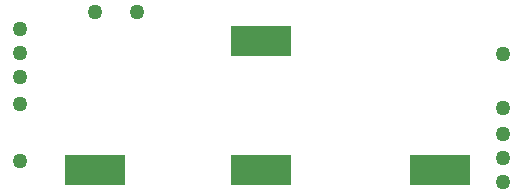
<source format=gbr>
G04 #@! TF.GenerationSoftware,KiCad,Pcbnew,(5.0.0)*
G04 #@! TF.CreationDate,2019-06-25T10:28:51-07:00*
G04 #@! TF.ProjectId,Buffer,4275666665722E6B696361645F706362,rev?*
G04 #@! TF.SameCoordinates,Original*
G04 #@! TF.FileFunction,Soldermask,Bot*
G04 #@! TF.FilePolarity,Negative*
%FSLAX46Y46*%
G04 Gerber Fmt 4.6, Leading zero omitted, Abs format (unit mm)*
G04 Created by KiCad (PCBNEW (5.0.0)) date 06/25/19 10:28:51*
%MOMM*%
%LPD*%
G01*
G04 APERTURE LIST*
%ADD10C,1.016000*%
%ADD11C,1.270000*%
%ADD12R,5.080000X2.540000*%
G04 APERTURE END LIST*
D10*
G04 #@! TO.C,TP2*
X19750000Y12300000D03*
G04 #@! TD*
D11*
G04 #@! TO.C,TP1*
X9906000Y15494000D03*
G04 #@! TD*
D12*
G04 #@! TO.C,TP8*
X20434300Y13096900D03*
G04 #@! TD*
D10*
G04 #@! TO.C,TP2*
X21082000Y12334900D03*
G04 #@! TD*
G04 #@! TO.C,TP2*
X18415000Y12334900D03*
G04 #@! TD*
G04 #@! TO.C,TP2*
X18415000Y13604900D03*
G04 #@! TD*
G04 #@! TO.C,TP2*
X22415500Y12334900D03*
G04 #@! TD*
G04 #@! TO.C,TP2*
X21082000Y13604900D03*
G04 #@! TD*
G04 #@! TO.C,TP2*
X22415500Y13604900D03*
G04 #@! TD*
G04 #@! TO.C,TP2*
X19748500Y13604900D03*
G04 #@! TD*
G04 #@! TO.C,TP2*
X21082000Y1397000D03*
G04 #@! TD*
G04 #@! TO.C,TP2*
X22415500Y1397000D03*
G04 #@! TD*
G04 #@! TO.C,TP2*
X8318500Y1397000D03*
G04 #@! TD*
G04 #@! TO.C,TP2*
X37528500Y1397000D03*
G04 #@! TD*
G04 #@! TO.C,TP2*
X36195000Y1397000D03*
G04 #@! TD*
G04 #@! TO.C,TP2*
X33528000Y2667000D03*
G04 #@! TD*
G04 #@! TO.C,TP2*
X33528000Y1397000D03*
G04 #@! TD*
G04 #@! TO.C,TP2*
X36195000Y2667000D03*
G04 #@! TD*
G04 #@! TO.C,TP2*
X34861500Y2667000D03*
G04 #@! TD*
G04 #@! TO.C,TP2*
X34861500Y1397000D03*
G04 #@! TD*
G04 #@! TO.C,TP2*
X37528500Y2667000D03*
G04 #@! TD*
D11*
G04 #@! TO.C,TP11*
X40894000Y7366000D03*
G04 #@! TD*
D10*
G04 #@! TO.C,TP2*
X19748500Y1397000D03*
G04 #@! TD*
G04 #@! TO.C,TP2*
X18415000Y1397000D03*
G04 #@! TD*
G04 #@! TO.C,TP2*
X22415500Y2667000D03*
G04 #@! TD*
G04 #@! TO.C,TP2*
X21082000Y2667000D03*
G04 #@! TD*
G04 #@! TO.C,TP2*
X19748500Y2667000D03*
G04 #@! TD*
G04 #@! TO.C,TP2*
X18415000Y2667000D03*
G04 #@! TD*
G04 #@! TO.C,TP2*
X6985000Y2667000D03*
G04 #@! TD*
G04 #@! TO.C,TP2*
X5638800Y2667000D03*
G04 #@! TD*
G04 #@! TO.C,TP2*
X8318500Y2667000D03*
G04 #@! TD*
G04 #@! TO.C,TP2*
X6985000Y1397000D03*
G04 #@! TD*
G04 #@! TO.C,TP2*
X5651500Y1397000D03*
G04 #@! TD*
G04 #@! TO.C,TP2*
X4318000Y2667000D03*
G04 #@! TD*
G04 #@! TO.C,TP2*
X4318000Y1397000D03*
G04 #@! TD*
D12*
G04 #@! TO.C,TP12*
X6350000Y2159000D03*
G04 #@! TD*
G04 #@! TO.C,TP13*
X35560000Y2159000D03*
G04 #@! TD*
D11*
G04 #@! TO.C,TP16*
X0Y12065000D03*
G04 #@! TD*
G04 #@! TO.C,TP15*
X6350000Y15494000D03*
G04 #@! TD*
G04 #@! TO.C,TP17*
X0Y14097000D03*
G04 #@! TD*
G04 #@! TO.C,TP5*
X40894000Y3175000D03*
G04 #@! TD*
G04 #@! TO.C,TP10*
X40894000Y11938000D03*
G04 #@! TD*
G04 #@! TO.C,TP9*
X40894000Y5207000D03*
G04 #@! TD*
G04 #@! TO.C,TP6*
X0Y7731000D03*
G04 #@! TD*
G04 #@! TO.C,TP4*
X40894000Y1143000D03*
G04 #@! TD*
G04 #@! TO.C,TP3*
X0Y2921000D03*
G04 #@! TD*
G04 #@! TO.C,TP2*
X0Y10033000D03*
G04 #@! TD*
D12*
G04 #@! TO.C,TP7*
X20434300Y2159000D03*
G04 #@! TD*
M02*

</source>
